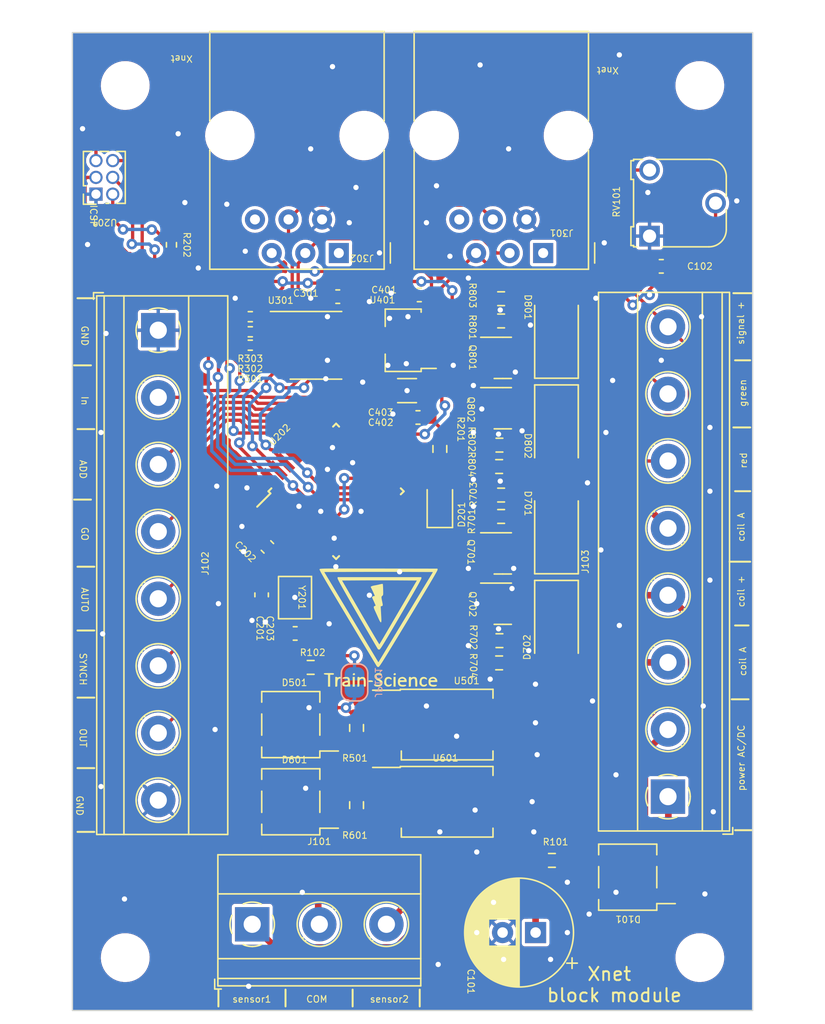
<source format=kicad_pcb>
(kicad_pcb (version 20221018) (generator pcbnew)
  (layers (0 "F.Cu" signal) (31 "B.Cu" signal) (34 "B.Paste" user) (35 "F.Paste" user) (36 "B.SilkS" user "B.Silkscreen") (37 "F.SilkS" user "F.Silkscreen") (38 "B.Mask" user) (39 "F.Mask" user) (44 "Edge.Cuts" user))
  (net 0 "")
  (net 1 "/coil_pow")
  (net 2 "GND")
  (net 3 "/atmega/X1")
  (net 4 "+5V")
  (net 5 "/atmega/X2")
  (net 6 "+12V")
  (net 7 "/AC1")
  (net 8 "/AC2")
  (net 9 "/atmega/LED")
  (net 10 "Net-(D201-A)")
  (net 11 "/sensor1/TRACK")
  (net 12 "/sensor1/COM")
  (net 13 "Net-(D501-+)")
  (net 14 "/sensor2/TRACK")
  (net 15 "Net-(D601-+)")
  (net 16 "/coil_A")
  (net 17 "/coil_B")
  (net 18 "/green")
  (net 19 "/red")
  (net 21 "/Xnet/B")
  (net 22 "/Xnet/A")
  (net 26 "Net-(Q701-G)")
  (net 27 "Net-(Q702-G)")
  (net 28 "Net-(Q801-G)")
  (net 29 "Net-(Q802-G)")
  (net 30 "Net-(JP101-B)")
  (net 31 "/atmega/reset")
  (net 32 "/Xnet/Tx")
  (net 33 "/Xnet/RS485_DIR")
  (net 34 "/Xnet/Rx")
  (net 35 "Net-(R501-Pad1)")
  (net 36 "Net-(R601-Pad1)")
  (net 37 "/atmega/MOSI")
  (net 38 "/atmega/MISO")
  (net 39 "/atmega/A6")
  (net 41 "/atmega/A7")
  (net 42 "/In")
  (net 43 "/add")
  (net 44 "/go")
  (net 45 "/auto")
  (net 46 "/synch")
  (net 47 "/Out")
  (net 48 "Net-(D101-+)")
  (net 49 "/coil_B_TTL")
  (net 50 "/coil_A_TTL")
  (net 51 "/signal_R")
  (net 52 "/signal_g")
  (net 53 "/sens_1")
  (net 54 "/sens_2")
  (net 55 "/atmega/D3")
  (net 56 "/atmega/D4")
  (footprint "Resistor_SMD:R_0603_1608Metric_Pad0.98x0.95mm_HandSolder" (layer "F.Cu") (at 72.329501 111.513)
    (fp_text reference "R702")
    (fp_text value "~")
  )
  (footprint "custom_kicad_lib_sk:R_0603_smalltext" (layer "F.Cu") (at 76.3035 128.143)
    (fp_text reference "R101")
    (fp_text value "100R")
  )
  (footprint "Package_QFP:TQFP-32_7x7mm_P0.8mm" (layer "F.Cu") (at 59.962 100.212 45)
    (fp_text reference "U202")
    (fp_text value "ATmega328-A")
  )
  (footprint "Diode_SMD:D_SMA" (layer "F.Cu") (at 76.6475 110.465 -90)
    (fp_text reference "D702")
    (fp_text value "~")
  )
  (footprint "TerminalBlock_Phoenix:TerminalBlock_Phoenix_MKDS-1,5-8-5.08_1x08_P5.08mm_Horizontal" (layer "F.Cu") (at 85.09 123.317 90)
    (fp_text reference "J103")
    (fp_text value "Screw_Terminal_01x08")
  )
  (footprint "Diode_SMD:D_SMA" (layer "F.Cu") (at 76.6475 102.94 90)
    (fp_text reference "D701")
    (fp_text value "~")
  )
  (footprint "Package_SO:SSO-4_6.7x5.1mm_P2.54mm_Clearance8mm" (layer "F.Cu") (at 68.371 123.707)
    (fp_text reference "U601")
    (fp_text value "EL814")
  )
  (footprint "Capacitor_THT:CP_Radial_D8.0mm_P2.50mm" (layer "F.Cu") (at 75.066651 133.604 180)
    (fp_text reference "C101")
    (fp_text value "2000uF")
  )
  (footprint "Package_TO_SOT_SMD:SOT-23" (layer "F.Cu") (at 72.5835 104.909)
    (fp_text reference "Q701")
    (fp_text value "~")
  )
  (footprint "Resistor_SMD:R_0603_1608Metric_Pad0.98x0.95mm_HandSolder" (layer "F.Cu") (at 72.306 98.336)
    (fp_text reference "R804")
    (fp_text value "~")
  )
  (footprint "custom_kicad_lib_sk:crystal_arduino" (layer "F.Cu") (at 57.073 108.306 -90)
    (fp_text reference "Y201")
    (fp_text value "Crystal_GND2")
  )
  (footprint "Capacitor_SMD:C_0603_1608Metric_Pad1.08x0.95mm_HandSolder" (layer "F.Cu") (at 84.582 83.185)
    (fp_text reference "C102")
    (fp_text value "100nF")
  )
  (footprint "Capacitor_SMD:C_0603_1608Metric" (layer "F.Cu") (at 60.089 85.48 180)
    (fp_text reference "C301")
    (fp_text value "100nF")
  )
  (footprint "Package_TO_SOT_SMD:TO-269AA" (layer "F.Cu") (at 82.042 129.413 180)
    (fp_text reference "D101")
    (fp_text value "MB6S")
  )
  (footprint "MountingHole:MountingHole_3.2mm_M3" (layer "F.Cu") (at 44 69.5)
    (fp_text reference "REF**" hide)
    (fp_text value "MountingHole_3.2mm_M3")
  )
  (footprint "TerminalBlock_Phoenix:TerminalBlock_Phoenix_MKDS-1,5-3-5.08_1x03_P5.08mm_Horizontal" (layer "F.Cu") (at 53.612 132.978)
    (fp_text reference "J101")
    (fp_text value "sensor")
  )
  (footprint "Capacitor_SMD:C_1206_3216Metric_Pad1.33x1.80mm_HandSolder" (layer "F.Cu") (at 65.335 92.591 180)
    (fp_text reference "C403")
    (fp_text value "100uF")
  )
  (footprint "Capacitor_SMD:C_0603_1608Metric_Pad1.08x0.95mm_HandSolder" (layer "F.Cu") (at 66.2625 85.352 180)
    (fp_text reference "C401")
    (fp_text value "330nF")
  )
  (footprint "custom_kicad_lib_sk:R_0603_smalltext" (layer "F.Cu") (at 58.039 113.538)
    (fp_text reference "R102")
    (fp_text value "1k")
  )
  (footprint "LED_SMD:LED_0805_2012Metric_Pad1.15x1.40mm_HandSolder" (layer "F.Cu") (at 67.818 101.092 90)
    (fp_text reference "D201")
    (fp_text value "LED")
  )
  (footprint "Capacitor_SMD:C_0603_1608Metric" (layer "F.Cu") (at 54.325 108.047 90)
    (fp_text reference "C201")
    (fp_text value "12pF")
  )
  (footprint "Resistor_SMD:R_0402_1005Metric" (layer "F.Cu") (at 53.467 86.995)
    (fp_text reference "R303")
    (fp_text value "10k")
  )
  (footprint "Resistor_SMD:R_0603_1608Metric_Pad0.98x0.95mm_HandSolder" (layer "F.Cu") (at 72.4565 102.115001)
    (fp_text reference "R701")
    (fp_text value "~")
  )
  (footprint "Resistor_SMD:R_0603_1608Metric_Pad0.98x0.95mm_HandSolder" (layer "F.Cu") (at 72.4565 87.319 180)
    (fp_text reference "R801")
    (fp_text value "~")
  )
  (footprint "Resistor_SMD:R_0603_1608Metric_Pad0.98x0.95mm_HandSolder" (layer "F.Cu") (at 72.4565 85.636 180)
    (fp_text reference "R803")
    (fp_text value "~")
  )
  (footprint "Resistor_SMD:R_0603_1608Metric_Pad0.98x0.95mm_HandSolder" (layer "F.Cu") (at 72.3295 96.717)
    (fp_text reference "R802")
    (fp_text value "~")
  )
  (footprint "Capacitor_SMD:C_0603_1608Metric" (layer "F.Cu") (at 56.865 110.968)
    (fp_text reference "C203")
    (fp_text value "12pF")
  )
  (footprint "Resistor_SMD:R_0402_1005Metric" (layer "F.Cu") (at 53.467 88.138)
    (fp_text reference "R302")
    (fp_text value "10k")
  )
  (footprint "Resistor_SMD:R_0402_1005Metric_Pad0.72x0.64mm_HandSolder" (layer "F.Cu") (at 47.498 81.5555 -90)
    (fp_text reference "R202")
    (fp_text value "10k")
  )
  (footprint "MountingHole:MountingHole_3.2mm_M3" (layer "F.Cu") (at 87.5 69.5)
    (fp_text reference "REF**" hide)
    (fp_text value "MountingHole_3.2mm_M3")
  )
  (footprint "custom_kicad_lib_sk:R_0603_smalltext" (layer "F.Cu") (at 61.513 118.119 90)
    (fp_text reference "R501")
    (fp_text value "47k")
  )
  (footprint "Diode_SMD:D_SMA" (layer "F.Cu") (at 76.6475 88.144 90)
    (fp_text reference "D801")
    (fp_text value "~")
  )
  (footprint "Potentiometer_THT:Potentiometer_Runtron_RM-065_Vertical" (layer "F.Cu") (at 83.693 80.899 90)
    (fp_text reference "RV101")
    (fp_text value "R_Potentiometer")
  )
  (footprint "Resistor_SMD:R_0603_1608Metric_Pad0.98x0.95mm_HandSolder" (layer "F.Cu") (at 67.818 97.0045 -90)
    (fp_text reference "R201")
    (fp_text value "6k2")
  )
  (footprint "Package_SO:SOIC-8_3.9x4.9mm_P1.27mm" (layer "F.Cu") (at 58.438 89.163)
    (fp_text reference "U301")
    (fp_text value "MAX485E")
  )
  (footprint "Package_TO_SOT_SMD:TO-269AA" (layer "F.Cu") (at 56.533 117.865 180)
    (fp_text reference "D501")
    (fp_text value "MB6S")
  )
  (footprint "Package_TO_SOT_SMD:SOT-23" (layer "F.Cu") (at 72.5835 90.113)
    (fp_text reference "Q801")
    (fp_text value "~")
  )
  (footprint "Capacitor_SMD:C_0603_1608Metric_Pad1.08x0.95mm_HandSolder" (layer "F.Cu") (at 54.76212 104.41912 -45)
    (fp_text reference "C202")
    (fp_text value "100nF")
  )
  (footprint "Resistor_SMD:R_0603_1608Metric_Pad0.98x0.95mm_HandSolder" (layer "F.Cu") (at 72.306 113.195)
    (fp_text reference "R704")
    (fp_text value "~")
  )
  (footprint "custom_kicad_lib_sk:R_0603_smalltext" (layer "F.Cu") (at 61.513 123.961 90)
    (fp_text reference "R601")
    (fp_text value "47k")
  )
  (footprint "Connector_PinSocket_1.27mm:PinSocket_2x03_P1.27mm_Vertical" (layer "F.Cu") (at 41.783 77.724 180)
    (fp_text reference "U201")
    (fp_text value "HEADER_3x2")
  )
  (footprint "MountingHole:MountingHole_3.2mm_M3" (layer "F.Cu") (at 44 135.5)
    (fp_text reference "REF**" hide)
    (fp_text value "MountingHole_3.2mm_M3")
  )
  (footprint "Capacitor_SMD:C_0603_1608Metric_Pad1.08x0.95mm_HandSolder" (layer "F.Cu") (at 66.162 94.623 180)
    (fp_text reference "C402")
    (fp_text value "100nF")
  )
  (footprint "custom_kicad_lib_sk:Train-Science logo small" (layer "F.Cu") (at 63.246 110.617)
    (fp_text reference "G***" hide)
    (fp_text value "LOGO" hide)
  )
  (footprint "TerminalBlock_Phoenix:TerminalBlock_Phoenix_MKDS-1,5-8-5.08_1x08_P5.08mm_Horizontal" (layer "F.Cu") (at 46.5 88.02 -90)
    (fp_text reference "J102")
    (fp_text value "Screw_Terminal_01x08")
  )
  (footprint "Package_TO_SOT_SMD:SOT-23" (layer "F.Cu") (at 72.5835 93.923)
    (fp_text reference "Q802")
    (fp_text value "~")
  )
  (footprint "Resistor_SMD:R_0603_1608Metric_Pad0.98x0.95mm_HandSolder" (layer "F.Cu") (at 72.4565 100.495)
    (fp_text reference "R703")
    (fp_text value "~")
  )
  (footprint "Diode_SMD:D_SMA" (layer "F.Cu") (at 76.6475 95.669 -90)
    (fp_text reference "D802")
    (fp_text value "~")
  )
  (footprint "custom_kicad_lib_sk:RJ12" (layer "F.Cu") (at 60.17 82.178 180)
    (fp_text reference "J302")
    (fp_text value "RJ12")
  )
  (footprint "Package_TO_SOT_SMD:TO-269AA" (layer "F.Cu") (at 56.533 123.707 180)
    (fp_text reference "D601")
    (fp_text value "MB6S")
  )
  (footprint "MountingHole:MountingHole_3.2mm_M3" (layer "F.Cu") (at 87.5 135.5)
    (fp_text reference "REF**" hide)
    (fp_text value "MountingHole_3.2mm_M3")
  )
  (footprint "Package_TO_SOT_SMD:SOT-23" (layer "F.Cu") (at 72.583501 108.719)
    (fp_text reference "Q702")
    (fp_text value "~")
  )
  (footprint "custom_kicad_lib_sk:RJ12" (layer "F.Cu") (at 75.64 82.178 180)
    (fp_text reference "J301")
    (fp_text value "RJ12")
  )
  (footprint "Package_SO:SSO-4_6.7x5.1mm_P2.54mm_Clearance8mm" (layer "F.Cu") (at 68.371 117.865)
    (fp_text reference "U501")
    (fp_text value "EL814")
  )
  (footprint "Resistor_SMD:R_0402_1005Metric" (layer "F.Cu") (at 53.465 89.154)
    (fp_text reference "R301")
    (fp_text value "10k")
  )
  (footprint "Package_TO_SOT_SMD:SOT-89-3" (layer "F.Cu") (at 65.042 88.782 180)
    (fp_text reference "U401")
    (fp_text value "L78L05_SOT89")
  )
  (footprint "Jumper:SolderJumper-2_P1.3mm_Open_RoundedPad1.0x1.5mm" (layer "B.Cu") (at 61.359 114.675 90)
    (fp_text reference "JP101")
    (fp_text value "SolderJumper_2_Open")
  )
  (gr_line (start 41.656 95.504) (end 40.386 95.504) (stroke (width 0.15)) (layer "F.SilkS"))
  (gr_line (start 41.656 115.824) (end 40.386 115.824) (stroke (width 0.15)) (layer "F.SilkS"))
  (gr_line (start 91.313 90.297) (end 90.17 90.297) (stroke (width 0.15)) (layer "F.SilkS"))
  (gr_line (start 91.313 105.537) (end 89.75 105.537) (stroke (width 0.15)) (layer "F.SilkS"))
  (gr_line (start 56.134 137.922) (end 56.134 139.192) (stroke (width 0.15)) (layer "F.SilkS"))
  (gr_line (start 61.214 137.922) (end 61.214 139.192) (stroke (width 0.15)) (layer "F.SilkS"))
  (gr_line (start 91.313 100.203) (end 90.17 100.203) (stroke (width 0.15)) (layer "F.SilkS"))
  (gr_line (start 91.313 95.377) (end 90.043 95.377) (stroke (width 0.15)) (layer "F.SilkS"))
  (gr_line (start 41.402 100.838) (end 40.132 100.838) (stroke (width 0.15)) (layer "F.SilkS"))
  (gr_line (start 41.656 85.598) (end 40.386 85.598) (stroke (width 0.15)) (layer "F.SilkS"))
  (gr_line (start 41.656 121.158) (end 40.386 121.158) (stroke (width 0.15)) (layer "F.SilkS"))
  (gr_line (start 51.054 137.922) (end 51.054 139.192) (stroke (width 0.15)) (layer "F.SilkS"))
  (gr_line (start 90.043 85.217) (end 91.44 85.217) (stroke (width 0.15)) (layer "F.SilkS"))
  (gr_line (start 41.656 125.984) (end 40.386 125.984) (stroke (width 0.15)) (layer "F.SilkS"))
  (gr_line (start 91.186 110.363) (end 90.17 110.363) (stroke (width 0.15)) (layer "F.SilkS"))
  (gr_line (start 91.44 125.857) (end 90.17 125.857) (stroke (width 0.15)) (layer "F.SilkS"))
  (gr_line (start 41.656 105.918) (end 40.386 105.918) (stroke (width 0.15)) (layer "F.SilkS"))
  (gr_line (start 41.402 90.678) (end 40.132 90.678) (stroke (width 0.15)) (layer "F.SilkS"))
  (gr_line (start 66.294 137.922) (end 66.294 139.192) (stroke (width 0.15)) (layer "F.SilkS"))
  (gr_line (start 91.186 115.951) (end 89.916 115.951) (stroke (width 0.15)) (layer "F.SilkS"))
  (gr_line (start 41.656 110.744) (end 40.386 110.744) (stroke (width 0.15)) (layer "F.SilkS"))
  (gr_rect (start 40 65.5) (end 91.5 139.5) (stroke (width 0.1)) (fill none) (layer "Edge.Cuts"))
  (gr_text "ADD" (at 40.513 97.79 270) (layer "F.SilkS") (effects (font (size 0.5 0.5) (thickness 0.075)) (justify left bottom)))
  (gr_text "GO" (at 40.64 102.87 270) (layer "F.SilkS") (effects (font (size 0.5 0.5) (thickness 0.075)) (justify left bottom)))
  (gr_text "SYNCH" (at 40.513 112.395 270) (layer "F.SilkS") (effects (font (size 0.5 0.5) (thickness 0.075)) (justify left bottom)))
  (gr_text "OUT" (at 40.513 118.11 270) (layer "F.SilkS") (effects (font (size 0.5 0.5) (thickness 0.075)) (justify left bottom)))
  (gr_text "green" (at 91.048 93.857 90) (layer "F.SilkS") (effects (font (size 0.5 0.5) (thickness 0.075)) (justify left bottom)))
  (gr_text "Xnet" (at 49.149 67.183 180) (layer "F.SilkS") (effects (font (size 0.5 0.5) (thickness 0.075)) (justify left bottom)))
  (gr_text "red" (at 91.098 98.517 90) (layer "F.SilkS") (effects (font (size 0.5 0.5) (thickness 0.075)) (justify left bottom)))
  (gr_text "GND" (at 40.64 87.63 270) (layer "F.SilkS") (effects (font (size 0.5 0.5) (thickness 0.075)) (justify left bottom)))
  (gr_text "ICSP" (at 41.308 78.484 270) (layer "F.SilkS") (effects (font (size 0.5 0.5) (thickness 0.075)) (justify left bottom)))
  (gr_text "coil A" (at 90.92 104.067 90) (layer "F.SilkS") (effects (font (size 0.5 0.5) (thickness 0.075)) (justify left bottom)))
  (gr_text "COM" (at 57.658 138.938) (layer "F.SilkS") (effects (font (size 0.5 0.5) (thickness 0.075)) (justify left bottom)))
  (gr_text "sensor1" (at 52.07 138.938) (layer "F.SilkS") (effects (font (size 0.5 0.5) (thickness 0.075)) (justify left bottom)))
  (gr_text "Xnet" (at 81.407 68.072 180) (layer "F.SilkS") (effects (font (size 0.5 0.5) (thickness 0.075)) (justify left bottom)))
  (gr_text "coil +" (at 90.92 109.02 90) (layer "F.SilkS") (effects (font (size 0.5 0.5) (thickness 0.075)) (justify left bottom)))
  (gr_text "signal +" (at 90.89 89.154 90) (layer "F.SilkS") (effects (font (size 0.5 0.5) (thickness 0.075)) (justify left bottom)))
  (gr_text "AUTO" (at 40.64 107.442 270) (layer "F.SilkS") (effects (font (size 0.5 0.5) (thickness 0.075)) (justify left bottom)))
  (gr_text "power AC/DC" (at 90.932 122.936 90) (layer "F.SilkS") (effects (font (size 0.5 0.5) (thickness 0.075)) (justify left bottom)))
  (gr_text "GND" (at 40.259 123.19 270) (layer "F.SilkS") (effects (font (size 0.5 0.5) (thickness 0.075)) (justify left bottom)))
  (gr_text "Xnet \nblock module" (at 81.026 138.938) (layer "F.SilkS") (effects (font (size 1 1)) (justify bottom)))
  (gr_text "sensor2" (at 62.484 138.938) (layer "F.SilkS") (effects (font (size 0.5 0.5) (thickness 0.075)) (justify left bottom)))
  (gr_text "coil A" (at 91.047 114.227 90) (layer "F.SilkS") (effects (font (size 0.5 0.5) (thickness 0.075)) (justify left bottom)))
  (gr_text "In" (at 40.64 92.964 270) (layer "F.SilkS") (effects (font (size 0.5 0.5) (thickness 0.075)) (justify left bottom)))
  (segment (start 86.84 109.827) (end 85.09 108.077) (width 0.5) (layer "F.Cu") (net 1))
  (segment (start 86.84 114.012126) (end 86.84 109.827) (width 0.5) (layer "F.Cu") (net 1))
  (segment (start 75.066651 130.586349) (end 75.066651 133.604) (width 0.5) (layer "F.Cu") (net 1))
  (segment (start 75.756228 128.143) (end 75.391 128.143) (width 0.5) (layer "F.Cu") (net 1))
  (segment (start 78.967 124.932228) (end 75.756228 128.143) (width 0.5) (layer "F.Cu") (net 1))
  (segment (start 78.967 121.885126) (end 86.84 114.012126) (width 0.5) (layer "F.Cu") (net 1))
  (segment (start 75.391 128.143) (end 75.391 130.262) (width 0.5) (layer "F.Cu") (net 1))
  (segment (start 75.391 130.262) (end 75.066651 130.586349) (width 0.5) (layer "F.Cu") (net 1))
  (segment (start 77.0355 108.077) (end 76.6475 108.465) (width 0.5) (layer "F.Cu") (net 1))
  (segment (start 78.967 121.885126) (end 78.967 124.932228) (width 0.5) (layer "F.Cu") (net 1))
  (segment (start 76.6475 104.94) (end 76.6475 108.465) (width 0.5) (layer "F.Cu") (net 1))
  (segment (start 85.09 108.077) (end 77.0355 108.077) (width 0.5) (layer "F.Cu") (net 1))
  (segment (start 57.239639 103.500047) (end 56.720185 104.019501) (width 0.25) (layer "F.Cu") (net 2))
  (segment (start 56.84 108.24) (end 56.84 108.419) (width 0.25) (layer "F.Cu") (net 2))
  (segment (start 56.84 108.119) (end 57.803 107.156) (width 0.25) (layer "F.Cu") (net 2))
  (segment (start 56.09 110.968) (end 56.09 109.543) (width 0.25) (layer "F.Cu") (net 2))
  (segment (start 54.43276 103.80924) (end 55.873324 102.368676) (width 0.25) (layer "F.Cu") (net 2))
  (segment (start 56.84 108.24) (end 56.84 108.119) (width 0.25) (layer "F.Cu") (net 2))
  (segment (start 56.720185 104.019501) (end 54.362501 104.019501) (width 0.25) (layer "F.Cu") (net 2))
  (segment (start 55.369 108.822) (end 55.903 109.356) (width 0.25) (layer "F.Cu") (net 2))
  (segment (start 56.84 108.419) (end 55.903 109.356) (width 0.25) (layer "F.Cu") (net 2))
  (segment (start 55.873324 102.368676) (end 56.108268 102.368676) (width 0.25) (layer "F.Cu") (net 2))
  (segment (start 56.09 109.543) (end 55.903 109.356) (width 0.25) (layer "F.Cu") (net 2))
  (segment (start 54.362501 104.019501) (end 54.15224 103.80924) (width 0.25) (layer "F.Cu") (net 2))
  (segment (start 54.325 108.822) (end 55.369 108.822) (width 0.25) (layer "F.Cu") (net 2))
  (segment (start 54.15224 103.80924) (end 54.43276 103.80924) (width 0.25) (layer "F.Cu") (net 2))
  (via (at 65.335 92.591) (size 0.8) (drill 0.4) (layers "F.Cu" "B.Cu") (net 2))
  (via (at 59.944 105.918) (size 0.8) (drill 0.4) (layers "F.Cu" "B.Cu") (net 2))
  (via (at 77.47 133.604) (size 0.8) (drill 0.4) (layers "F.Cu" "B.Cu") (net 2))
  (via (at 59.309 90.297) (size 0.8) (drill 0.4) (layers "F.Cu" "B.Cu") (net 2))
  (via (at 64.135 85.217) (size 0.8) (drill 0.4) (layers "F.Cu" "B.Cu") (net 2))
  (via (at 74.041 95.631) (size 0.8) (drill 0.4) (layers "F.Cu" "B.Cu") (net 2))
  (via (at 73.279 107.569) (size 0.8) (drill 0.4) (layers "F.Cu" "B.Cu") (net 2))
  (via (at 42.164 122.555) (size 0.8) (drill 0.4) (layers "F.Cu" "B.Cu") (net 2))
  (via (at 63.246 82.169) (size 0.8) (drill 0.4) (layers "F.Cu" "B.Cu") (net 2))
  (via (at 61.468 77.216) (size 0.8) (drill 0.4) (layers "F.Cu" "B.Cu") (net 2))
  (via (at 53.213 99.949) (size 0.8) (drill 0.4) (layers "F.Cu" "B.Cu") (net 2))
  (via (at 64.77 106.299) (size 0.8) (drill 0.4) (layers "F.Cu" "B.Cu") (net 2))
  (via (at 56.84 108.24) (size 0.8) (drill 0.4) (layers "F.Cu" "B.Cu") (net 2))
  (via (at 75.057 114.808) (size 0.8) (drill 0.4) (layers "F.Cu" "B.Cu") (net 2))
  (via (at 81.407 67.183) (size 0.8) (drill 0.4) (layers "F.Cu" "B.Cu") (net 2))
  (via (at 51.054 108.712) (size 0.8) (drill 0.4) (layers "F.Cu" "B.Cu") (net 2))
  (via (at 68.58 82.423) (size 0.8) (drill 0.4) (layers "F.Cu" "B.Cu") (net 2))
  (via (at 68.834 90.678) (size 0.8) (drill 0.4) (layers "F.Cu" "B.Cu") (net 2))
  (via (at 64.008 87.122) (size 0.8) (drill 0.4) (layers "F.Cu" "B.Cu") (net 2))
  (via (at 72.39 86.487) (size 0.8) (drill 0.4) (layers "F.Cu" "B.Cu") (net 2))
  (via (at 57.15 101.346) (size 0.8) (drill 0.4) (layers "F.Cu" "B.Cu") (net 2))
  (via (at 80.899 91.821) (size 0.8) (drill 0.4) (layers "F.Cu" "B.Cu") (net 2))
  (via (at 81.407 110.363) (size 0.8) (drill 0.4) (layers "F.Cu" "B.Cu") (net 2))
  (via (at 70.612 108.712) (size 0.8) (drill 0.4) (layers "F.Cu" "B.Cu") (net 2))
  (via (at 70.358 99.314) (size 0.8) (drill 0.4) (layers "F.Cu" "B.Cu") (net 2))
  (via (at 74.676 87.63) (size 0.8) (drill 0.4) (layers "F.Cu" "B.Cu") (net 2))
  (via (at 57.658 122.682) (size 0.8) (drill 0.4) (layers "F.Cu" "B.Cu") (net 2))
  (via (at 57.912 116.586) (size 0.8) (drill 0.4) (layers "F.Cu" "B.Cu") (net 2))
  (via (at 73.533 91.186) (size 0.8) (drill 0.4) (layers "F.Cu" "B.Cu") (net 2))
  (via (at 62.484 85.852) (size 0.8) (drill 0.4) (layers "F.Cu" "B.Cu") (net 2))
  (via (at 48.006 73.152) (size 0.8) (drill 0.4) (layers "F.Cu" "B.Cu") (net 2))
  (via (at 40.767 72.771) (size 0.8) (drill 0.4) (layers "F.Cu" "B.Cu") (net 2))
  (via (at 71.882 131.318) (size 0.8) (drill 0.4) (layers "F.Cu" "B.Cu") (net 2))
  (via (at 80.264 81.407) (size 0.8) (drill 0.4) (layers "F.Cu" "B.Cu") (net 2))
  (via (at 72.644 135.636) (size 0.8) (drill 0.4) (layers "F.Cu" "B.Cu") (net 2))
  (via (at 69.977 111.887) (size 0.8) (drill 0.4) (layers "F.Cu" "B.Cu") (net 2))
  (via (at 79.375 116.078) (size 0.8) (drill 0.4) (layers "F.Cu" "B.Cu") (net 2))
  (via (at 70.485 124.333) (size 0.8) (drill 0.4) (layers "F.Cu" "B.Cu") (net 2))
  (via (at 58.801 101.727) (size 0.8) (drill 0.4) (layers "F.Cu" "B.Cu") (net 2))
  (via (at 50.8 118.237) (size 0.8) (drill 0.4) (layers "F.Cu" "B.Cu") (net 2))
  (via (at 79.629 85.598) (size 0.8) (drill 0.4) (layers "F.Cu" "B.Cu") (net 2))
  (via (at 53.34 137.668) (size 0.8) (drill 0.4) (layers "F.Cu" "B.Cu") (net 2))
  (via (at 70.993 93.98) (size 0.8) (drill 0.4) (layers "F.Cu" "B.Cu") (net 2))
  (via (at 64.262 94.361) (size 0.8) (drill 0.4) (layers "F.Cu" "B.Cu") (net 2))
  (via (at 90.297 78.232) (size 0.8) (drill 0.4) (layers "F.Cu" "B.Cu") (net 2))
  (via (at 66.802 116.459) (size 0.8) (drill 0.4) (layers "F.Cu" "B.Cu") (net 2))
  (via (at 58.039 74.295) (size 0.8) (drill 0.4) (layers "F.Cu" "B.Cu") (net 2))
  (via (at 67.818 125.984) (size 0.8) (drill 0.4) (layers "F.Cu" "B.Cu") (net 2))
  (via (at 72.39 99.441) (size 0.8) (drill 0.4) (layers "F.Cu" "B.Cu") (net 2))
  (via (at 88.519 124.46) (size 0.8) (drill 0.4) (layers "F.Cu" "B.Cu") (net 2))
  (via (at 87.757 116.459) (size 0.8) (drill 0.4) (layers "F.Cu" "B.Cu") (net 2))
  (via (at 69.088 118.745) (size 0.8) (drill 0.4) (layers "F.Cu" "B.Cu") (net 2))
  (via (at 88.265 100.203) (size 0.8) (drill 0.4) (layers "F.Cu" "B.Cu") (net 2))
  (via (at 83.566 77.597) (size 0.8) (drill 0.4) (layers "F.Cu" "B.Cu") (net 2))
  (via (at 87.63 86.995) (size 0.8) (drill 0.4) (layers "F.Cu" "B.Cu") (net 2))
  (via (at 61.849 101.727) (size 0.8) (drill 0.4) (layers "F.Cu" "B.Cu") (net 2))
  (via (at 80.01 104.648) (size 0.8) (drill 0.4) (layers "F.Cu" "B.Cu") (net 2))
  (via (at 70.612 127.508) (size 0.8) (drill 0.4) (layers "F.Cu" "B.Cu") (net 2))
  (via (at 52.832 102.87) (size 0.8) (drill 0.4) (layers "F.Cu" "B.Cu") (net 2))
  (via (at 59.817 103.759) (size 0.8) (drill 0.4) (layers "F.Cu" "B.Cu") (net 2))
  (via (at 54.61 110.109) (size 0.8) (drill 0.4) (layers "F.Cu" "B.Cu") (net 2))
  (via (at 77.47 129.794) (size 0.8) (drill 0.4) (layers "F.Cu" "B.Cu") (net 2))
  (via (at 67.564 77.089) (size 0.8) (drill 0.4) (layers "F.Cu" "B.Cu") (net 2))
  (via (at 58.039 85.598) (size 0.8) (drill 0.4) (layers "F.Cu" "B.Cu") (net 2))
  (via (at 65.278 90.551) (size 0.8) (drill 0.4) (layers "F.Cu" "B.Cu") (net 2))
  (via (at 59.182 91.694) (size 0.8) (drill 0.4) (layers "F.Cu" "B.Cu") (net 2))
  (via (at 53.086 82.042) (size 0.8) (drill 0.4) (layers "F.Cu" "B.Cu") (net 2))
  (via (at 60.96 79.883) (size 0.8) (drill 0.4) (layers "F.Cu" "B.Cu") (net 2))
  (via (at 87.884 130.683) (size 0.8) (drill 0.4) (layers "F.Cu" "B.Cu") (net 2))
  (via (at 75.057 117.729) (size 0.8) (drill 0.4) (layers "F.Cu" "B.Cu") (net 2))
  (via (at 69.977 84.074) (size 0.8) (drill 0.4) (layers "F.Cu" "B.Cu") (net 2))
  (via (at 42.164 95.758) (size 0.8) (drill 0.4) (layers "F.Cu" "B.Cu") (net 2))
  (via (at 71.628 114.427) (size 0.8) (drill 0.4) (layers "F.Cu" "B.Cu") (net 2))
  (via (at 65.405 86.995) (size 0.8) (drill 0.4) (layers "F.Cu" "B.Cu") (net 2))
  (via (at 66.802 79.883) (size 0.8) (drill 0.4) (layers "F.Cu" "B.Cu") (net 2))
  (via (at 42.291 110.998) (size 0.8) (drill 0.4) (layers "F.Cu" "B.Cu") (net 2))
  (via (at 41.148 81.534) (size 0.8) (drill 0.4) (layers "F.Cu" "B.Cu") (net 2))
  (via (at 70.358 95.758) (size 0.8) (drill 0.4) (layers "F.Cu" "B.Cu") (net 2))
  (via (at 63.881 90.678) (size 0.8) (drill 0.4) (layers "F.Cu" "B.Cu") (net 2))
  (via (at 74.93 125.984) (size 0.8) (drill 0.4) (layers "F.Cu" "B.Cu") (net 2))
  (via (at 74.549 112.268) (size 0.8) (drill 0.4) (layers "F.Cu" "B.Cu") (net 2))
  (via (at 72.263 95.885) (size 0.8) (drill 0.4) (layers "F.Cu" "B.Cu") (net 2))
  (via (at 80.391 95.758) (size 0.8) (drill 0.4) (layers "F.Cu" "B.Cu") (net 2))
  (via (at 73.406 106.045) (size 0.8) (drill 0.4) (layers "F.Cu" "B.Cu") (net 2))
  (via (at 76.2 135.636) (size 0.8) (drill 0.4) (layers "F.Cu" "B.Cu") (net 2))
  (via (at 73.025 74.295) (size 0.8) (drill 0.4) (layers "F.Cu" "B.Cu") (net 2))
  (via (at 78.994 99.568) (size 0.8) (drill 0.4) (layers "F.Cu" "B.Cu") (net 2))
  (via (at 81.153 121.666) (size 0.8) (drill 0.4) (layers "F.Cu" "B.Cu") (net 2))
  (via (at 53.594 109.982) (size 0.8) (drill 0.4) (layers "F.Cu" "B.Cu") (net 2))
  (via (at 61.976 91.948) (size 0.8) (drill 0.4) (layers "F.Cu" "B.Cu") (net 2))
  (via (at 67.691 136.017) (size 0.8) (drill 0.4) (layers "F.Cu" "B.Cu") (net 2))
  (via (at 59.309 86.995) (size 0.8) (drill 0.4) (layers "F.Cu" "B.Cu") (net 2))
  (via (at 62.484 108.077) (size 0.8) (drill 0.4) (layers "F.Cu" "B.Cu") (net 2))
  (via (at 88.265 106.934) (size 0.8) (drill 0.4) (layers "F.Cu" "B.Cu") (net 2))
  (via (at 59.69 68.072) (size 0.8) (drill 0.4) (layers "F.Cu" "B.Cu") (net 2))
  (via (at 43.942 131.064) (size 0.8) (drill 0.4) (layers "F.Cu" "B.Cu") (net 2))
  (via (at 42.545 88.265) (size 0.8) (drill 0.4) (layers "F.Cu" "B.Cu") (net 2))
  (via (at 84.582 90.297) (size 0.8) (drill 0.4) (layers "F.Cu" "B.Cu") (net 2))
  (via (at 79.121 132.207) (size 0.8) (drill 0.4) (layers "F.Cu" "B.Cu") (net 2))
  (via (at 57.404 130.556) (size 0.8) (drill 0.4) (layers "F.Cu" "B.Cu") (net 2))
  (via (at 52.324 85.598) (size 0.8) (drill 0.4) (layers "F.Cu" "B.Cu") (net 2))
  (via (at 70.358 101.346) (size 0.8) (drill 0.4) (layers "F.Cu" "B.Cu") (net 2))
  (via (at 74.803 123.698) (size 0.8) (drill 0.4) (layers "F.Cu" "B.Cu") (net 2))
  (via (at 75.184 120.142) (size 0.8) (drill 0.4) (layers "F.Cu" "B.Cu") (net 2))
  (via (at 59.309 98.552) (size 0.8) (drill 0.4) (layers "F.Cu" "B.Cu") (net 2))
  (via (at 49.53 83.312) (size 0.8) (drill 0.4) (layers "F.Cu" "B.Cu") (net 2))
  (via (at 70.612 133.604) (size 0.8) (drill 0.4) (layers "F.Cu" "B.Cu") (net 2))
  (via (at 70.866 67.945) (size 0.8) (drill 0.4) (layers "F.Cu" "B.Cu") (net 2))
  (via (at 59.436 110.236) (size 0.8) (drill 0.4) (layers "F.Cu" "B.Cu") (net 2))
  (via (at 88.265 95.377) (size 0.8) (drill 0.4) (layers "F.Cu" "B.Cu") (net 2))
  (via (at 69.977 106.045) (size 0.8) (drill 0.4) (layers "F.Cu" "B.Cu") (net 2))
  (via (at 59.69 96.901) (size 0.8) (drill 0.4) (layers "F.Cu" "B.Cu") (net 2))
  (via (at 50.927 99.822) (size 0.8) (drill 0.4) (layers "F.Cu" "B.Cu") (net 2))
  (via (at 70.358 92.202) (size 0.8) (drill 0.4) (layers "F.Cu" "B.Cu") (net 2))
  (via (at 61.214 98.044) (size 0.8) (drill 0.4) (layers "F.Cu" "B.Cu") (net 2))
  (via (at 52.959 104.775) (size 0.8) (drill 0.4) (layers "F.Cu" "B.Cu") (net 2))
  (via (at 72.263 110.617) (size 0.8) (drill 0.4) (layers "F.Cu" "B.Cu") (net 2))
  (via (at 51.689 78.486) (size 0.8) (drill 0.4) (layers "F.Cu" "B.Cu") (net 2))
  (via (at 48.514 78.359) (size 0.8) (drill 0.4) (layers "F.Cu" "B.Cu") (net 2))
  (via (at 81.153 130.556) (size 0.8) (drill 0.4) (layers "F.Cu" "B.Cu") (net 2))
  (segment (start 58.37101 104.631417) (end 58.37101 104.68799) (width 0.25) (layer "F.Cu") (net 3))
  (segment (start 54.441 107.156) (end 54.325 107.272) (width 0.25) (layer "F.Cu") (net 3))
  (segment (start 58.37101 104.68799) (end 55.903 107.156) (width 0.25) (layer "F.Cu") (net 3))
  (segment (start 55.903 107.156) (end 54.441 107.156) (width 0.25) (layer "F.Cu") (net 3))
  (segment (start 62.011701 84.332299) (end 60.864 85.48) (width 0.25) (layer "F.Cu") (net 4))
  (segment (start 60.579 99.2245) (end 63.777927 99.2245) (width 0.25) (layer "F.Cu") (net 4))
  (segment (start 48.143 83.444812) (end 48.143 81.603) (width 0.25) (layer "F.Cu") (net 4))
  (segment (start 48.143 81.603) (end 47.498 80.958) (width 0.25) (layer "F.Cu") (net 4))
  (segment (start 52.361 82.342305) (end 52.361 79.465) (width 0.25) (layer "F.Cu") (net 4))
  (segment (start 52.957 86.995) (end 51.693188 86.995) (width 0.25) (layer "F.Cu") (net 4))
  (segment (start 68.753299 88.720701) (end 68.753299 85.009299) (width 0.25) (layer "F.Cu") (net 4))
  (segment (start 59.839 84.455) (end 57.8165 84.455) (width 0.25) (layer "F.Cu") (net 4))
  (segment (start 66.992 90.282) (end 66.992 94.5905) (width 0.25) (layer "F.Cu") (net 4))
  (segment (start 58.547 102.997) (end 58.801 102.743) (width 0.25) (layer "F.Cu") (net 4))
  (segment (start 66.416701 84.332299) (end 62.011701 84.332299) (width 0.25) (layer "F.Cu") (net 4))
  (segment (start 52.361 79.465) (end 55.927 75.899) (width 0.25) (layer "F.Cu") (net 4))
  (segment (start 60.913 87.258) (end 60.913 85.529) (width 0.25) (layer "F.Cu") (net 4))
  (segment (start 55.9175 84.7985) (end 55.9175 84.328) (width 0.25) (layer "F.Cu") (net 4))
  (segment (start 54.864 105.029) (end 52.832 107.061) (width 0.25) (layer "F.Cu") (net 4))
  (segment (start 57.805324 103.992676) (end 58.547 103.251) (width 0.25) (layer "F.Cu") (net 4))
  (segment (start 58.547 103.251) (end 58.547 103.043208) (width 0.25) (layer "F.Cu") (net 4))
  (segment (start 47.117 80.577) (end 47.498 80.958) (width 0.25) (layer "F.Cu") (net 4))
  (segment (start 54.864 113.538) (end 57.1265 113.538) (width 0.25) (layer "F.Cu") (net 4))
  (segment (start 56.842056 105.029) (end 57.805324 104.065732) (width 0.25) (layer "F.Cu") (net 4))
  (segment (start 67.31 96.647) (end 66.421 96.647) (width 0.25) (layer "F.Cu") (net 4))
  (segment (start 57.373314 102.235) (end 56.673953 102.934361) (width 0.25) (layer "F.Cu") (net 4))
  (segment (start 66.421 96.647) (end 64.44699 98.62101) (width 0.25) (layer "F.Cu") (net 4))
  (segment (start 51.693188 86.995) (end 48.143 83.444812) (width 0.25) (layer "F.Cu") (net 4))
  (segment (start 58.650896 102.893104) (end 58.396896 102.893104) (width 0.25) (layer "F.Cu") (net 4))
  (segment (start 57.738792 102.235) (end 57.373314 102.235) (width 0.25) (layer "F.Cu") (net 4))
  (segment (start 52.832 111.506) (end 54.864 113.538) (width 0.25) (layer "F.Cu") (net 4))
  (segment (start 55.927 75.899) (end 83.693 75.899) (width 0.25) (layer "F.Cu") (net 4))
  (segment (start 52.955 89.154) (end 52.955 86.997) (width 0.25) (layer "F.Cu") (net 4))
  (segment (start 45.339 73.66) (end 47.117 75.438) (width 0.25) (layer "F.Cu") (net 4))
  (segment (start 59.4095 102.743) (end 60.579 101.5735) (width 0.25) (layer "F.Cu") (net 4))
  (segment (start 67.818 96.139) (end 67.31 96.647) (width 0.25) (layer "F.Cu") (net 4))
  (segment (start 52.955 86.997) (end 52.957 86.995) (width 0.25) (layer "F.Cu") (net 4))
  (segment (start 58.396896 102.893104) (end 57.738792 102.235) (width 0.25) (layer "F.Cu") (net 4))
  (segment (start 55.372 105.029) (end 56.842056 105.029) (width 0.25) (layer "F.Cu") (net 4))
  (segment (start 47.498 80.899) (end 47.498 80.958) (width 0.25) (layer "F.Cu") (net 4))
  (segment (start 54.346 86.35) (end 54.356 86.36) (width 0.25) (layer "F.Cu") (net 4))
  (segment (start 67.818 96.092) (end 67.818 96.139) (width 0.25) (layer "F.Cu") (net 4))
  (segment (start 55.372 105.029) (end 54.864 105.029) (width 0.25) (layer "F.Cu") (net 4))
  (segment (start 67.818 95.377) (end 67.818 96.092) (width 0.25) (layer "F.Cu") (net 4))
  (segment (start 57.805324 104.065732) (end 57.805324 103.992676) (width 0.25) (layer "F.Cu") (net 4))
  (segment (start 67.064 94.623) (end 67.818 95.377) (width 0.25) (layer "F.Cu") (net 4))
  (segment (start 47.566 81.026) (end 47.498 80.958) (width 0.25) (layer "F.Cu") (net 4))
  (segment (start 52.832 107.061) (end 52.832 111.506) (width 0.25) (layer "F.Cu") (net 4))
  (segment (start 67.0245 94.623) (end 67.064 94.623) (width 0.25) (layer "F.Cu") (net 4))
  (segment (start 53.602 86.35) (end 54.346 86.35) (width 0.25) (layer "F.Cu") (net 4))
  (segment (start 41.783 74.041) (end 42.164 73.66) (width 0.25) (layer "F.Cu") (net 4))
  (segment (start 60.913 85.529) (end 60.864 85.48) (width 0.25) (layer "F.Cu") (net 4))
  (segment (start 58.801 102.743) (end 58.650896 102.893104) (width 0.25) (layer "F.Cu") (net 4))
  (segment (start 54.356 86.36) (end 55.9175 84.7985) (width 0.25) (layer "F.Cu") (net 4))
  (segment (start 54.346695 84.328) (end 52.361 82.342305) (width 0.25) (layer "F.Cu") (net 4))
  (segment (start 63.777927 99.2245) (end 64.381417 98.62101) (width 0.25) (layer "F.Cu") (net 4))
  (segment (start 52.957 86.995) (end 53.602 86.35) (width 0.25) (layer "F.Cu") (net 4))
  (segment (start 58.801 102.743) (end 59.4095 102.743) (width 0.25) (layer "F.Cu") (net 4))
  (segment (start 67.192 90.282) (end 68.753299 88.720701) (width 0.25) (layer "F.Cu") (net 4))
  (segment (start 60.864 85.48) (end 59.839 84.455) (width 0.25) (layer "F.Cu") (net 4))
  (segment (start 58.547 103.043208) (end 58.396896 102.893104) (width 0.25) (layer "F.Cu") (net 4))
  (segment (start 42.164 73.66) (end 45.339 73.66) (width 0.25) (layer "F.Cu") (net 4))
  (segment (start 66.992 94.5905) (end 67.0245 94.623) (width 0.25) (layer "F.Cu") (net 4))
  (segment (start 41.783 75.184) (end 41.783 74.041) (width 0.25) (layer "F.Cu") (net 4))
  (segment (start 66.992 90.282) (end 67.192 90.282) (width 0.25) (layer "F.Cu") (net 4))
  (segment (start 47.117 75.438) (end 47.117 80.577) (width 0.25) (layer "F.Cu") (net 4))
  (segment (start 58.547 103.043208) (end 58.547 102.997) (width 0.25) (layer "F.Cu") (net 4))
  (segment (start 55.9175 84.328) (end 54.346695 84.328) (width 0.25) (layer "F.Cu") (net 4))
  (via (at 60.579 101.5735) (size 0.8) (drill 0.4) (layers "F.Cu" "B.Cu") (net 4))
  (via (at 68.753299 85.009299) (size 0.8) (drill 0.4) (layers "F.Cu" "B.Cu") (net 4))
  (via (at 57.8165 84.455) (size 0.8) (drill 0.4) (layers "F.Cu" "B.Cu") (net 4))
  (via (at 55.9175 84.328) (size 0.8) (drill 0.4) (layers "F.Cu" "B.Cu") (net 4))
  (via (at 60.579 99.2245) (size 0.8) (drill 0.4) (layers "F.Cu" "B.Cu") (net 4))
  (via (at 66.416701 84.332299) (size 0.8) (drill 0.4) (layers "F.Cu" "B.Cu") (net 4))
  (segment (start 68.753299 85.009299) (end 68.076299 84.332299) (width 0.25) (layer "B.Cu") (net 4))
  (segment (start 57.8165 84.455) (end 56.0445 84.455) (width 0.25) (layer "B.Cu") (net 4))
  (segment (start 56.0445 84.455) (end 55.9175 84.328) (width 0.25) (layer "B.Cu") (net 4))
  (segment (start 60.579 101.5735) (end 60.579 99.2245) (width 0.25) (layer "B.Cu") (net 4))
  (segment (start 68.076299 84.332299) (end 66.416701 84.332299) (width 0.25) (layer "B.Cu") (net 4))
  (segment (start 58.547 106.316117) (end 58.728 106.497117) (width 0.25) (layer "F.Cu") (net 5))
  (segment (start 57.803 109.356) (end 57.803 110.805) (width 0.25) (layer "F.Cu") (net 5))
  (segment (start 57.803 110.805) (end 57.64 110.968) (width 0.25) (layer "F.Cu") (net 5))
  (segment (start 58.728 106.497117) (end 58.728 108.431) (width 0.25) (layer "F.Cu") (net 5))
  (segment (start 58.728 108.431) (end 57.803 109.356) (width 0.25) (layer "F.Cu") (net 5))
  (segment (start 58.547 105.586798) (end 58.547 106.316117) (width 0.25) (layer "F.Cu") (net 5))
  (segment (start 58.936695 105.197103) (end 58.547 105.586798) (width 0.25) (layer "F.Cu") (net 5))
  (segment (start 80.899 83.566) (end 85.09 87.757) (width 0.25) (layer "F.Cu") (net 6))
  (segment (start 86.715 89.382) (end 85.09 87.757) (width 0.25) (layer "F.Cu") (net 6))
  (segment (start 71.948 83.566) (end 80.899 83.566) (width 0.25) (layer "F.Cu") (net 6))
  (segment (start 86.715 93.655) (end 86.715 89.382) (width 0.25) (layer "F.Cu") (net 6))
  (segment (start 67.183 85.294) (end 67.125 85.352) (width 0.25) (layer "F.Cu") (net 6))
  (segment (start 66.992 87.282) (end 66.992 85.485) (width 0.25) (layer "F.Cu") (net 6))
  (segment (start 80.9655 94.462) (end 85.908 94.462) (width 0.25) (layer "F.Cu") (net 6))
  (segment (start 66.992 85.485) (end 67.125 85.352) (width 0.25) (layer "F.Cu") (net 6))
  (segment (start 58.3545 83.566) (end 66.675 83.566) (width 0.25) (layer "F.Cu") (net 6))
  (segment (start 76.6475 93.669) (end 76.6475 90.144) (width 0.25) (layer "F.Cu") (net 6))
  (segment (start 67.183 84.074) (end 67.183 85.294) (width 0.25) (layer "F.Cu") (net 6))
  (segment (start 70.56 82.178) (end 67.386 85.352) (width 0.25) (layer "F.Cu") (net 6))
  (segment (start 70.56 82.178) (end 71.948 83.566) (width 0.25) (layer "F.Cu") (net 6))
  (segment (start 85.908 94.462) (end 86.715 93.655) (width 0.25) (layer "F.Cu") (net 6))
  (segment (start 66.675 83.566) (end 67.183 84.074) (width 0.25) (layer "F.Cu") (net 6))
  (segment (start 76.6475 90.144) (end 80.9655 94.462) (width 0.25) (layer "F.Cu") (net 6))
  (segment (start 67.386 85.352) (end 67.125 85.352) (width 0.25) (layer "F.Cu") (net 6))
  (via (at 58.3545 83.566) (size 0.8) (drill 0.4) (layers "F.Cu" "B.Cu") (net 6))
  (segment (start 56.478 83.566) (end 58.3545 83.566) (width 0.25) (layer "B.Cu") (net 6))
  (segment (start 55.09 82.178) (end 56.478 83.566) (width 0.25) (layer "B.Cu") (net 6))
  (segment (start 83.34 128.906) (end 85.117 130.683) (width 0.5) (layer "F.Cu") (net 7))
  (segment (start 85.09 118.237) (end 83.34 119.987) (width 0.5) (layer "F.Cu") (net 7))
  (segment (start 83.34 119.987) (end 83.34 128.906) (width 0.5) (layer "F.Cu") (net 7))
  (segment (start 85.117 128.143) (end 85.117 123.344) (width 0.5) (layer "F.Cu") (net 8))
  (segment (start 85.117 123.344) (end 85.09 123.317) (width 0.5) (layer "F.Cu") (net 8))
  (segment (start 46.228 82.802604) (end 46.228 81.915) (width 0.25) (layer "F.Cu") (net 9))
  (segment (start 51.905027 90.902625) (end 51.7 90.697598) (width 0.25) (layer "F.Cu") (net 9))
  (segment (start 44.5 81.5) (end 44.558897 81.441103) (width 0.25) (layer "F.Cu") (net 9))
  (segment (start 64.184798 99.949) (end 64.947103 99.186695) (width 0.25) (layer "F.Cu") (net 9))
  (segment (start 51.7 90.697598) (end 51.7 88.274604) (width 0.25) (layer "F.Cu") (net 9))
  (segment (start 44.558897 81.441103) (end 44.558897 77.959897) (width 0.25) (layer "F.Cu") (net 9))
  (segment (start 44.558897 77.959897) (end 43.053 76.454) (width 0.25) (layer "F.Cu") (net 9))
  (segment (start 51.7 88.274604) (end 46.228 82.802604) (width 0.25) (layer "F.Cu") (net 9))
  (segment (start 58.928 99.949) (end 64.184798 99.949) (width 0.25) (layer "F.Cu") (net 9))
  (segment (start 67.7 102.117) (end 67.818 102.117) (width 0.25) (layer "F.Cu") (net 9))
  (segment (start 64.947103 99.364103) (end 67.7 102.117) (width 0.25) (layer "F.Cu") (net 9))
  (segment (start 57.785 98.806) (end 58.928 99.949) (width 0.25) (layer "F.Cu") (net 9))
  (via (at 44.5 81.5) (size 0.8) (drill 0.4) (layers "F.Cu" "B.Cu") (net 9))
  (via (at 46.228 81.915) (size 0.8) (drill 0.4) (layers "F.Cu" "B.Cu") (net 9))
  (via (at 51.905027 90.902625) (size 0.8) (drill 0.4) (layers "F.Cu" "B.Cu") (net 9))
  (via (at 57.785 98.806) (size 0.8) (drill 0.4) (layers "F.Cu" "B.Cu") (net 9))
  (segment (start 44.5 81.5) (end 45.813 81.5) (width 0.25) (layer "B.Cu") (net 9))
  (segment (start 56.7 97.721) (end 57.785 98.806) (width 0.25) (layer "B.Cu") (net 9))
  (segment (start 51.905027 90.902625) (end 51.905027 92.630278) (width 0.25) (layer "B.Cu") (net 9))
  (segment (start 45.813 81.5) (end 46.228 81.915) (width 0.25) (layer "B.Cu") (net 9))
  (segment (start 51.446 96.656604) (end 52.510396 97.721) (width 0.25) (layer "B.Cu") (net 9))
  (segment (start 52.510396 97.721) (end 56.7 97.721) (width 0.25) (layer "B.Cu") (net 9))
  (segment (start 51.905027 92.630278) (end 51.446 93.089305) (width 0.25) (layer "B.Cu") (net 9))
  (segment (start 51.446 93.089305) (end 51.446 96.656604) (width 0.25) (layer "B.Cu") (net 9))
  (segment (start 67.818 97.917) (end 67.818 100.067) (width 0.25) (layer "F.Cu") (net 10))
  (segment (start 61.997 118.219) (end 63.621 116.595) (width 0.25) (layer "F.Cu") (net 11))
  (segment (start 65.772 118.746) (end 65.772 133.452874) (width 0.5) (layer "F.Cu") (net 11))
  (segment (start 59.608 119.135) (end 60.524 118.219) (width 0.25) (layer "F.Cu") (net 11))
  (segment (start 55.362 134.728) (end 53.612 132.978) (width 0.5) (layer "F.Cu") (net 11))
  (segment (start 63.621 116.595) (end 65.772 118.746) (width 0.5) (layer "F.Cu") (net 11))
  (segment (start 65.772 133.452874) (end 64.496874 134.728) (width 0.5) (layer "F.Cu") (net 11))
  (segment (start 64.496874 134.728) (end 55.362 134.728) (width 0.5) (layer "F.Cu") (net 11))
  (segment (start 60.524 118.219) (end 61.997 118.219) (width 0.25) (layer "F.Cu") (net 11))
  (segment (start 59.608 122.437) (end 58.608 123.437) (width 0.5) (layer "F.Cu") (net 12))
  (segment (start 58.608 132.894) (end 58.692 132.978) (width 0.5) (layer "F.Cu") (net 12))
  (segment (start 60.2195 123.0485) (end 59.608 122.437) (width 0.25) (layer "F.Cu") (net 12))
  (segment (start 60.706 116.586) (end 59.617 116.586) (width 0.25) (layer "F.Cu") (net 12))
  (segment (start 59.617 116.586) (end 59.608 116.595) (width 0.25) (layer "F.Cu") (net 12))
  (segment (start 59.608 122.437) (end 58.658 121.487) (width 0.5) (layer "F.Cu") (net 12))
  (segment (start 61.513 123.0485) (end 60.2195 123.0485) (width 0.25) (layer "F.Cu") (net 12))
  (segment (start 61.3265 117.2065) (end 60.706 116.586) (width 0.25) (layer "F.Cu") (net 12))
  (segment (start 58.658 117.545) (end 59.608 116.595) (width 0.5) (layer "F.Cu") (net 12))
  (segment (start 61.513 117.2065) (end 61.3265 117.2065) (width 0.25) (layer "F.Cu") (net 12))
  (segment (start 58.658 121.487) (end 58.658 117.545) (width 0.5) (layer "F.Cu") (net 12))
  (segment (start 58.608 123.437) (end 58.608 132.894) (width 0.5) (layer "F.Cu") (net 12))
  (via (at 60.706 116.586) (size 0.8) (drill 0.4) (layers "F.Cu" "B.Cu") (net 12))
  (segment (start 61.359 115.325) (end 61.359 115.933) (width 0.25) (layer "B.Cu") (net 12))
  (segment (start 61.359 115.933) (end 60.706 116.586) (width 0.25) (layer "B.Cu") (net 12))
  (segment (start 53.458 116.595) (end 53.458 119.135) (width 0.5) (layer "F.Cu") (net 13))
  (segment (start 63.772 132.978) (end 65.072 131.678) (width 0.5) (layer "F.Cu") (net 14))
  (segment (start 65.072 131.678) (end 65.072 123.888) (width 0.5) (layer "F.Cu") (net 14))
  (segment (start 62.197 123.861) (end 63.621 122.437) (width 0.25) (layer "F.Cu") (net 14))
  (segment (start 65.072 123.888) (end 63.621 122.437) (width 0.5) (layer "F.Cu") (net 14))
  (segment (start 59.608 124.977) (end 60.724 123.861) (width 0.25) (layer "F.Cu") (net 14))
  (segment (start 60.724 123.861) (end 62.197 123.861) (width 0.25) (layer "F.Cu") (net 14))
  (segment (start 53.458 124.977) (end 53.458 122.437) (width 0.5) (layer "F.Cu") (net 15))
  (segment (start 73.521 104.909) (end 74.542 104.909) (width 0.5) (layer "F.Cu") (net 16))
  (segment (start 76.6475 100.94) (end 83.033 100.94) (width 0.5) (layer "F.Cu") (net 16))
  (segment (start 83.033 100.94) (end 85.09 102.997) (width 0.5) (layer "F.Cu") (net 16))
  (segment (start 75.057 104.394) (end 75.057 102.5305) (width 0.5) (layer "F.Cu") (net 16))
  (segment (start 74.542 104.909) (end 75.057 104.394) (width 0.5) (layer "F.Cu") (net 16))
  (segment (start 75.057 102.5305) (end 76.6475 100.94) (width 0.5) (layer "F.Cu") (net 16))
  (segment (start 73.521001 108.719) (end 74.429 108.719) (width 0.5) (layer "F.Cu") (net 17))
  (segment (start 85.09 113.157) (end 77.3395 113.157) (width 0.5) (layer "F.Cu") (net 17))
  (segment (start 74.803 109.093) (end 74.803 110.363) (width 0.5) (layer "F.Cu") (net 17))
  (segment (start 74.803 110.363) (end 76.6475 112.2075) (width 0.5) (layer "F.Cu") (net 17))
  (segment (start 77.3395 113.157) (end 76.6475 112.465) (width 0.5) (layer "F.Cu") (net 17))
  (segment (start 74.429 108.719) (end 74.803 109.093) (width 0.5) (layer "F.Cu") (net 17))
  (segment (start 76.6475 112.2075) (end 76.6475 112.465) (width 0.5) (layer "F.Cu") (net 17))
  (segment (start 73.927 90.113) (end 73.521 90.113) (width 0.25) (layer "F.Cu") (net 18))
  (segment (start 75.68 88.36) (end 73.927 90.113) (width 0.25) (layer "F.Cu") (net 18))
  (segment (start 78.397 86.144) (end 85.09 92.837) (width 0.25) (layer "F.Cu") (net 18))
  (segment (start 76.45 88.36) (end 75.68 88.36) (width 0.25) (layer "F.Cu") (net 18))
  (segment (start 76.6475 86.144) (end 78.397 86.144) (width 0.25) (layer "F.Cu") (net 18))
  (segment (start 76.6475 86.144) (end 76.6475 88.1625) (width 0.25) (layer "F.Cu") (net 18))
  (segment (start 76.6475 88.1625) (end 76.45 88.36) (width 0.25) (layer "F.Cu") (net 18))
  (segment (start 85.09 97.917) (end 76.8955 97.917) (width 0.25) (layer "F.Cu") (net 19))
  (segment (start 73.521 93.923) (end 76.6475 97.0495) (width 0.25) (layer "F.Cu") (net 19))
  (segment (start 76.8955 97.917) (end 76.6475 97.669) (width 0.25) (layer "F.Cu") (net 19))
  (segment (start 76.6475 97.0495) (end 76.6475 97.669) (width 0.25) (layer "F.Cu") (net 19))
  (segment (start 59.700396 88.528) (end 57.092 85.919604) (width 0.25) (layer "F.Cu") (net 21))
  (segment (start 73.1 82.178) (end 72.1145 82.178) (width 0.25) (layer "F.Cu") (net 21))
  (segment (start 71.0295 81.093) (end 58.715 81.093) (width 0.25) (layer "F.Cu") (net 21))
  (segment (start 72.1145 82.178) (end 71.0295 81.093) (width 0.25) (layer "F.Cu") (net 21))
  (segment (start 57.277 82.531) (end 57.63 82.178) (width 0.25) (layer "F.Cu") (net 21))
  (segment (start 57.092 82.957604) (end 57.277 82.772604) (width 0.25) (layer "F.Cu") (net 21))
  (segment (start 60.913 88.528) (end 59.700396 88.528) (width 0.25) (layer "F.Cu") (net 21))
  (segment (start 58.715 81.093) (end 57.63 82.178) (width 0.25) (layer "F.Cu") (net 21))
  (segment (start 57.277 82.772604) (end 57.277 82.531) (width 0.25) (layer "F.Cu") (net 21))
  (segment (start 57.092 85.919604) (end 57.092 82.957604) (width 0.25) (layer "F.Cu") (net 21))
  (segment (start 56.36 82.492) (end 56.642 82.774) (width 0.25) (layer "F.Cu") (net 22))
  (segment (start 57.445 78.553) (end 70.745 78.553) (width 0.25) (layer "F.Cu") (net 22))
  (segment (start 60.334 89.798) (end 60.913 89.798) (width 0.25) (layer "F.Cu") (net 22))
  (segment (start 56.36 79.638) (end 56.36 82.492) (width 0.25) (layer "F.Cu") (net 22))
  (segment (start 70.745 78.553) (end 71.83 79.638) (width 0.25) (layer "F.Cu") (net 22))
  (segment (start 56.642 86.106) (end 60.334 89.798) (width 0.25) (layer "F.Cu") (net 22))
  (segment (start 56.36 79.638) (end 57.445 78.553) (width 0.25) (layer "F.Cu") (net 22))
  (segment (start 56.642 82.774) (end 56.642 86.106) (width 0.25) (layer "F.Cu") (net 22))
  (segment (start 72.825 103.959) (end 73.279 103.505) (width 0.5) (layer "F.Cu") (net 26))
  (segment (start 73.279 103.505) (end 73.279 102.205001) (width 0.5) (layer "F.Cu") (net 26))
  (segment (start 71.646 103.959) (end 72.825 103.959) (width 0.5) (layer "F.Cu") (net 26))
  (segment (start 73.369 102.115001) (end 73.369 100.495) (width 0.5) (layer "F.Cu") (net 26))
  (segment (start 73.279 102.205001) (end 73.369 102.115001) (width 0.5) (layer "F.Cu") (net 26))
  (segment (start 73.2185 111.536501) (end 73.242001 111.513) (width 0.25) (layer "F.Cu") (net 27))
  (segment (start 73.242001 111.513) (end 73.242001 109.855749) (width 0.25) (layer "F.Cu") (net 27))
  (segment (start 71.646001 108.259749) (end 71.646001 107.769) (width 0.25) (layer "F.Cu") (net 27))
  (segment (start 73.242001 109.855749) (end 71.646001 108.259749) (width 0.25) (layer "F.Cu") (net 27))
  (segment (start 73.2185 113.195) (end 73.2185 111.536501) (width 0.25) (layer "F.Cu") (net 27))
  (segment (start 71.646 89.163) (end 71.646 85.738) (width 0.25) (layer "F.Cu") (net 28))
  (segment (start 71.646 85.738) (end 71.544 85.636) (width 0.25) (layer "F.Cu") (net 28))
  (segment (start 73.242 95.053251) (end 71.646 93.457251) (width 0.25) (layer "F.Cu") (net 29))
  (segment (start 71.646 93.457251) (end 71.646 92.973) (width 0.25) (layer "F.Cu") (net 29))
  (segment (start 73.2185 96.7405) (end 73.242 96.717) (width 0.25) (layer "F.Cu") (net 29))
  (segment (start 73.242 96.717) (end 73.242 95.053251) (width 0.25) (layer "F.Cu") (net 29))
  (segment (start 73.2185 98.336) (end 73.2185 96.7405) (width 0.25) (layer "F.Cu") (net 29))
  (segment (start 59.8405 112.649) (end 58.9515 113.538) (width 0.25) (layer "F.Cu") (net 30))
  (segment (start 61.341 112.649) (end 59.8405 112.649) (width 0.25) (layer "F.Cu") (net 30))
  (via (at 61.341 112.649) (size 0.8) (drill 0.4) (layers "F.Cu" "B.Cu") (net 30))
  (segment (start 61.359 112.667) (end 61.341 112.649) (width 0.25) (layer "B.Cu") (net 30))
  (segment (start 61.359 114.025) (end 61.359 112.667) (width 0.25) (layer "B.Cu") (net 30))
  (segment (start 52.366 95.8) (end 52.197 95.631) (width 0.25) (layer "F.Cu") (net 31))
  (segment (start 47.498 83.436208) (end 52.2 88.138208) (width 0.25) (layer "F.Cu") (net 31))
  (segment (start 46.244497 80.407497) (end 46.736 80.899) (width 0.25) (layer "F.Cu") (net 31))
  (segment (start 46.736 80.899) (end 46.736 81.391) (width 0.25) (layer "F.Cu") (net 31))
  (segment (start 46.736 81.391) (end 47.498 82.153) (width 0.25) (layer "F.Cu") (net 31))
  (segment (start 43.053 77.724) (end 43.053 79.609603) (width 0.25) (layer "F.Cu") (net 31))
  (segment (start 46.0075 80.407497) (end 46.244497 80.407497) (width 0.25) (layer "F.Cu") (net 31))
  (segment (start 47.498 82.153) (end 47.498 83.436208) (width 0.25) (layer "F.Cu") (net 31))
  (segment (start 52.2 88.138208) (end 52.2 90.173) (width 0.25) (layer "F.Cu") (net 31))
  (segment (start 52.2 90.173) (end 52.671435 90.644435) (width 0.25) (layer "F.Cu") (net 31))
  (segment (start 43.053 79.609603) (end 43.834397 80.391) (width 0.25) (layer "F.Cu") (net 31))
  (segment (start 54.984314 95.8) (end 52.366 95.8) (width 0.25) (layer "F.Cu") (net 31))
  (segment (start 52.671435 90.644435) (end 52.671435 91.8585) (width 0.25) (layer "F.Cu") (net 31))
  (segment (start 56.673953 97.489639) (end 54.984314 95.8) (width 0.25) (layer "F.Cu") (net 31))
  (via (at 52.197 95.631) (size 0.8) (drill 0.4) (layers "F.Cu" "B.Cu") (net 31))
  (via (at 43.834397 80.391) (size 0.8) (drill 0.4) (layers "F.Cu" "B.Cu") (net 31))
  (via (at 52.671435 91.8585) (size 0.8) (drill 0.4) (layers "F.Cu" "B.Cu") (net 31))
  (via (at 46.0075 80.407497) (size 0.8) (drill 0.4) (layers "F.Cu" "B.Cu") (net 31))
  (segment (start 45.991003 80.391) (end 46.0075 80.407497) (width 0.25) (layer "B.Cu") (net 31))
  (segment (start 52.197 95.631) (end 52.197 93.091) (width 0.25) (layer "B.Cu") (net 31))
  (segment (start 52.671435 92.616565) (end 52.671435 91.8585) (width 0.25) (layer "B.Cu") (net 31))
  (segment (start 52.197 93.091) (end 52.671435 92.616565) (width 0.25) (layer "B.Cu") (net 31))
  (segment (start 43.834397 80.391) (end 45.991003 80.391) (width 0.25) (layer "B.Cu") (net 31))
  (segment (start 54.668 91.832) (end 55.432 91.068) (width 0.25) (layer "F.Cu") (net 32))
  (segment (start 55.432 91.068) (end 55.963 91.068) (width 0.25) (layer "F.Cu") (net 32))
  (segment (start 54.483 90.17) (end 55.381 91.068) (width 0.25) (layer "F.Cu") (net 32))
  (segment (start 53.975 90.043) (end 54.102 90.17) (width 0.25) (layer "F.Cu") (net 32))
  (segment (start 53.975 89.154) (end 53.975 90.043) (width 0.25) (layer "F.Cu") (net 32))
  (segment (start 55.381 91.068) (end 55.963 91.068) (width 0.25) (layer "F.Cu") (net 32))
  (segment (start 53.702346 96.780773) (end 55.542583 98.62101) (width 0.25) (layer "F.Cu") (net 32))
  (segment (start 53.628512 96.780773) (end 53.702346 96.780773) (width 0.25) (layer "F.Cu") (net 32))
  (segment (start 54.102 90.17) (end 54.483 90.17) (width 0.25) (layer "F.Cu") (net 32))
  (segment (start 54.668 92.3755) (end 54.668 91.832) (width 0.25) (layer "F.Cu") (net 32))
  (via (at 54.668 92.3755) (size 0.8) (drill 0.4) (layers "F.Cu" "B.Cu") (net 32))
  (via (at 53.628512 96.780773) (size 0.8) (drill 0.4) (layers "F.Cu" "B.Cu") (net 32))
  (segment (start 53.409 93.6345) (end 54.668 92.3755) (width 0.25) (layer "B.Cu") (net 32))
  (segment (start 53.409 95.5537) (end 53.409 93.6345) (width 0.25) (layer "B.Cu") (net 32))
  (segment (start 53.628512 95.773212) (end 53.409 95.5537) (width 0.25) (layer "B.Cu") (net 32))
  (segment (start 53.628512 96.780773) (end 53.628512 95.773212) (width 0.25) (layer "B.Cu") (net 32))
  (segment (start 57.263 91.618195) (end 57.263 90.41) (width 0.25) (layer "F.Cu") (net 33))
  (segment (start 55.963 89.798) (end 55.963 88.528) (width 0.25) (layer "F.Cu") (net 33))
  (segment (start 55.963 88.528) (end 54.367 88.528) (width 0.25) (layer "F.Cu") (net 33))
  (segment (start 56.506301 92.374894) (end 57.263 91.618195) (width 0.25) (layer "F.Cu") (net 33))
  (segment (start 56.651 89.798) (end 55.963 89.798) (width 0.25) (layer "F.Cu") (net 33))
  (segment (start 57.263 90.41) (end 56.651 89.798) (width 0.25) (layer "F.Cu") (net 33))
  (segment (start 54.367 88.528) (end 53.977 88.138) (width 0.25) (layer "F.Cu") (net 33))
  (segment (start 52.634744 96.529546) (end 52.634744 96.844542) (width 0.25) (layer "F.Cu") (net 33))
  (segment (start 55.680124 92.374894) (end 56.506301 92.374894) (width 0.25) (layer "F.Cu") (net 33))
  (segment (start 52.634744 96.844542) (end 54.976897 99.186695) (width 0.25) (layer "F.Cu") (net 33))
  (via (at 55.680124 92.374894) (size 0.8) (drill 0.4) (layers "F.Cu" "B.Cu") (net 33))
  (via (at 52.634744 96.529546) (size 0.8) (drill 0.4) (layers "F.Cu" "B.Cu") (net 33))
  (segment (start 54.968305 91.6505) (end 54.367695 91.6505) (width 0.25) (layer "B.Cu") (net 33))
  (segment (start 55.680124 92.374894) (end 55.680124 92.362319) (width 0.25) (layer "B.Cu") (net 33))
  (segment (start 52.959 93.059195) (end 52.959 96.20529) (width 0.25) (layer "B.Cu") (net 33))
  (segment (start 55.680124 92.362319) (end 54.968305 91.6505) (width 0.25) (layer "B.Cu") (net 33))
  (segment (start 54.367695 91.6505) (end 52.959 93.059195) (width 0.25) (layer "B.Cu") (net 33))
  (segment (start 52.959 96.20529) (end 52.634744 96.529546) (width 0.25) (layer "B.Cu") (net 33))
  (segment (start 57.531 92.202) (end 58.039 91.694) (width 0.25) (layer "F.Cu") (net 34))
  (segment (start 57.531 92.3755) (end 57.531 92.202) (width 0.25) (layer "F.Cu") (net 34))
  (segment (start 54.24 87.258) (end 53.977 86.995) (width 0.25) (layer "F.Cu") (net 34))
  (segment (start 58.039 88.646) (end 56.651 87.258) (width 0.25) (layer "F.Cu") (net 34))
  (segment (start 56.651 87.258) (end 55.963 87.258) (width 0.25) (layer "F.Cu") (net 34))
  (segment (start 55.963 87.258) (end 54.24 87.258) (width 0.25) (layer "F.Cu") (net 34))
  (segment (start 55.118 97.065056) (end 56.108268 98.055324) (width 0.25) (layer "F.Cu") (net 34))
  (segment (start 58.039 91.694) (end 58.039 88.646) (width 0.25) (layer "F.Cu") (net 34))
  (segment (start 54.639646 96.693473) (end 55.011229 97.065056) (width 0.25) (layer "F.Cu") (net 34))
  (segment (start 55.011229 97.065056) (end 55.118 97.065056) (width 0.25) (layer "F.Cu") (net 34))
  (via (at 57.531 92.3755) (size 0.8) (drill 0.4) (layers "F.Cu" "B.Cu") (net 34))
  (via (at 54.639646 96.693473) (size 0.8) (drill 0.4) (layers "F.Cu" "B.Cu") (net 34))
  (segment (start 54.639646 96.693473) (end 54.229 96.282827) (width 0.25) (layer "B.Cu") (net 34))
  (segment (start 55.489025 93.100975) (end 55.979929 93.100975) (width 0.25) (layer "B.Cu") (net 34))
  (segment (start 54.229 96.282827) (end 54.229 94.361) (width 0.25) (layer "B.Cu") (net 34))
  (segment (start 54.229 94.361) (end 55.489025 93.100975) (width 0.25) (layer "B.Cu") (net 34))
  (segment (start 56.404624 92.3755) (end 57.531 92.3755) (width 0.25) (layer "B.Cu") (net 34))
  (segment (start 55.979929 93.100975) (end 56.404624 92.67628) (width 0.25) (layer "B.Cu") (net 34))
  (segment (start 56.404624 92.67628) (end 56.404624 92.3755) (width 0.25) (layer "B.Cu") (net 34))
  (segment (start 61.513 119.0315) (end 63.5175 119.0315) (width 0.25) (layer "F.Cu") (net 35))
  (segment (start 63.5175 119.0315) (end 63.621 119.135) (width 0.25) (layer "F.Cu") (net 35))
  (segment (start 63.5175 124.8735) (end 63.621 124.977) (width 0.25) (layer "F.Cu") (net 36))
  (segment (start 61.513 124.8735) (end 63.5175 124.8735) (width 0.25) (layer "F.Cu") (net 36))
  (segment (start 56.696552 99.767456) (end 57.778096 100.849) (width 0.25) (layer "F.Cu") (net 37))
  (segment (start 44.377604 82.225) (end 44.199695 82.225) (width 0.25) (layer "F.Cu") (net 37))
  (segment (start 41.075894 76.454) (end 41.783 76.454) (width 0.25) (layer "F.Cu") (net 37))
  (segment (start 57.778096 100.849) (end 63.427427 100.849) (width 0.25) (layer "F.Cu") (net 37))
  (segment (start 63.427427 100.849) (end 64.381417 101.80299) (width 0.25) (layer "F.Cu") (net 37))
  (segment (start 40.958 76.571894) (end 41.075894 76.454) (width 0.25) (layer "F.Cu") (net 37))
  (segment (start 40.958 78.983305) (end 40.958 76.571894) (width 0.25) (layer "F.Cu") (net 37))
  (segment (start 50.292 90.678) (end 50.292 88.139396) (width 0.25) (layer "F.Cu") (net 37))
  (segment (start 50.292 88.139396) (end 44.377604 82.225) (width 0.25) (layer "F.Cu") (net 37))
  (segment (start 44.199695 82.225) (end 40.958 78.983305) (width 0.25) (layer "F.Cu") (net 37))
  (via (at 56.696552 99.767456) (size 0.8) (drill 0.4) (layers "F.Cu" "B.Cu") (net 37))
  (via (at 50.292 90.678) (size 0.8) (drill 0.4) (layers "F.Cu" "B.Cu") (net 37))
  (segment (start 50.546 97.155) (end 52.012 98.621) (width 0.25) (layer "B.Cu") (net 37))
  (segment (start 55.550096 98.621) (end 56.696552 99.767456) (width 0.25) (layer "B.Cu") (net 37))
  (segment (start 50.546 92.906) (end 50.546 97.155) (width 0.25) (layer "B.Cu") (net 37))
  (segment (start 50.292 92.652) (end 50.546 92.906) (width 0.25) (layer "B.Cu") (net 37))
  (segment (start 50.292 90.678) (end 50.292 92.652) (width 0.25) (layer "B.Cu") (net 37))
  (segment (start 52.012 98.621) (end 55.550096 98.621) (width 0.25) (layer "B.Cu") (net 37))
  (segment (start 45.283 76.525) (end 43.942 75.184) (width 0.25) (layer "F.Cu") (net 38))
  (segment (start 63.188 100.399) (end 58.353402 100.399) (width 0.25) (layer "F.Cu") (net 38))
  (segment (start 43.942 75.184) (end 43.053 75.184) (width 0.25) (layer "F.Cu") (net 38))
  (segment (start 64.108798 100.399) (end 63.188 100.399) (width 0.25) (layer "F.Cu") (net 38))
  (segment (start 45.283 82.494) (end 45.283 76.525) (width 0.25) (layer "F.Cu") (net 38))
  (segment (start 51.054 91.5295) (end 51.054 88.265) (width 0.25) (layer "F.Cu") (net 38))
  (segment (start 51.0165 91.567) (end 51.054 91.5295) (width 0.25) (layer "F.Cu") (net 38))
  (segment (start 58.353402 100.399) (end 57.844201 99.889799) (width 0.25) (layer "F.Cu") (net 38))
  (segment (start 51.054 88.265) (end 45.283 82.494) (width 0.25) (layer "F.Cu") (net 38))
  (segment (start 64.947103 101.237305) (end 64.108798 100.399) (width 0.25) (layer "F.Cu") (net 38))
  (via (at 57.844201 99.889799) (size 0.8) (drill 0.4) (layers "F.Cu" "B.Cu") (net 38))
  (via (at 51.0165 91.567) (size 0.8) (drill 0.4) (layers "F.Cu" "B.Cu") (net 38))
  (segment (start 50.996 91.5875) (end 50.996 96.843) (width 0.25) (layer "B.Cu") (net 38))
  (segment (start 56.124695 98.171) (end 57.843494 99.889799) (width 0.25) (layer "B.Cu") (net 38))
  (segment (start 57.843494 99.889799) (end 57.844201 99.889799) (width 0.25) (layer "B.Cu") (net 38))
  (segment (start 52.324 98.171) (end 56.124695 98.171) (width 0.25) (layer "B.Cu") (net 38))
  (segment (start 50.996 96.843) (end 52.324 98.171) (width 0.25) (layer "B.Cu") (net 38))
  (segment (start 51.0165 91.567) (end 50.996 91.5875) (width 0.25) (layer "B.Cu") (net 38))
  (segment (start 82.418701 86.110299) (end 82.418701 86.101701) (width 0.25) (layer "F.Cu") (net 39))
  (segment (start 70.358 84.963) (end 69.469 85.852) (width 0.25) (layer "F.Cu") (net 39))
  (segment (start 80.333 84.016) (end 80.01 84.016) (width 0.25) (layer "F.Cu") (net 39))
  (segment (start 85.4445 83.185) (end 83.697299 84.932201) (width 0.25) (layer "F.Cu") (net 39))
  (segment (start 67.967 90.148) (end 67.967 93.494) (width 0.25) (layer "F.Cu") (net 39))
  (segment (start 80.01 84.016) (end 71.305 84.016) (width 0.25) (layer "F.Cu") (net 39))
  (segment (start 71.305 84.016) (end 70.358 84.963) (width 0.25) (layer "F.Cu") (net 39))
  (segment (start 67.967 93.494) (end 68.199 93.726) (width 0.25) (layer "F.Cu") (net 39))
  (segment (start 66.675 95.885) (end 65.986056 95.885) (width 0.25) (layer "F.Cu") (net 39))
  (segment (start 88.693 78.399) (end 88.693 79.9365) (width 0.25) (layer "F.Cu") (net 39))
  (segment (start 88.693 79.9365) (end 85.4445 83.185) (width 0.25) (layer "F.Cu") (net 39))
  (segment (start 83.697299 84.932201) (end 83.697299 85.339701) (width 0.25) (layer "F.Cu") (net 39))
  (segment (start 82.418701 86.101701) (end 80.333 84.016) (width 0.25) (layer "F.Cu") (net 39))
  (segment (start 69.469 85.852) (end 69.469 88.646) (width 0.25) (layer "F.Cu") (net 39))
  (segment (start 69.469 88.646) (end 67.967 90.148) (width 0.25) (layer "F.Cu") (net 39))
  (segment (start 65.986056 95.885) (end 63.815732 98.055324) (width 0.25) (layer "F.Cu") (net 39))
  (via (at 68.199 93.726) (size 0.8) (drill 0.4) (layers "F.Cu" "B.Cu") (net 39))
  (via (at 82.418701 86.110299) (size 0.8) (drill 0.4) (layers "F.Cu" "B.Cu") (net 39))
  (via (at 66.675 95.885) (size 0.8) (drill 0.4) (layers "F.Cu" "B.Cu") (net 39))
  (via (at 83.697299 85.339701) (size 0.8) (drill 0.4) (layers "F.Cu" "B.Cu") (net 39))
  (segment (start 68.199 94.361) (end 66.675 95.885) (width 0.25) (layer "B.Cu") (net 39))
  (segment (start 83.189299 85.339701) (end 82.418701 86.110299) (width 0.25) (layer "B.Cu") (net 39))
  (segment (start 83.697299 85.339701) (end 83.189299 85.339701) (width 0.25) (layer "B.Cu") (net 39))
  (segment (start 68.199 93.726) (end 68.199 94.361) (width 0.25) (layer "B.Cu") (net 39))
  (segment (start 49.403 92.583) (end 53.712 92.583) (width 0.25) (layer "F.Cu") (net 42))
  (segment (start 46.5 93.1) (end 48.886 93.1) (width 0.25) (layer "F.Cu") (net 42))
  (segment (start 53.712 92.583) (end 54.229 93.1) (width 0.25) (layer "F.Cu") (net 42))
  (segment (start 62.23 95.115573) (end 61.55299 95.792583) (width 0.25) (layer "F.Cu") (net 42))
  (segment (start 62.23 94.742) (end 62.23 95.115573) (width 0.25) (layer "F.Cu") (net 42))
  (segment (start 54.229 93.1) (end 60.588 93.1) (width 0.25) (layer "F.Cu") (net 42))
  (segment (start 48.886 93.1) (end 49.403 92.583) (width 0.25) (layer "F.Cu") (net 42))
  (segment (start 60.588 93.1) (end 62.23 94.742) (width 0.25) (layer "F.Cu") (net 42))
  (segment (start 60.936897 95.226897) (end 59.26 93.55) (width 0.25) (layer "F.Cu") (net 43))
  (segment (start 60.987305 95.226897) (end 60.936897 95.226897) (width 0.25) (layer "F.Cu") (net 43))
  (segment (start 54.042604 93.55) (end 53.525604 93.033) (width 0.25) (layer "F.Cu") (net 43))
  (segment (start 50.921416 93.033) (end 47.752 96.202416) (width 0.25) (layer "F.Cu") (net 43))
  (segment (start 59.26 93.55) (end 54.042604 93.55) (width 0.25) (layer "F.Cu") (net 43))
  (segment (start 47.752 96.928) (end 46.5 98.18) (width 0.25) (layer "F.Cu") (net 43))
  (segment (start 47.752 96.202416) (end 47.752 96.928) (width 0.25) (layer "F.Cu") (net 43))
  (segment (start 53.525604 93.033) (end 50.921416 93.033) (width 0.25) (layer "F.Cu") (net 43))
  (segment (start 48.202 96.388812) (end 48.202 101.558) (width 0.25) (layer "F.Cu") (net 44))
  (segment (start 51.107812 93.483) (end 48.202 96.388812) (width 0.25) (layer "F.Cu") (net 44))
  (segment (start 53.856208 94) (end 53.339208 93.483) (width 0.25) (layer "F.Cu") (net 44))
  (segment (start 53.339208 93.483) (end 51.107812 93.483) (width 0.25) (layer "F.Cu") (net 44))
  (segment (start 58.936695 95.226897) (end 57.709798 94) (width 0.25) (layer "F.Cu") (net 44))
  (segment (start 48.202 101.558) (end 46.5 103.26) (width 0.25) (layer "F.Cu") (net 44))
  (segment (start 57.709798 94) (end 53.856208 94) (width 0.25) (layer "F.Cu") (net 44))
  (segment (start 51.294208 93.933) (end 48.652 96.575208) (width 0.25) (layer "F.Cu") (net 45))
  (segment (start 58.37101 95.792583) (end 57.028427 94.45) (width 0.25) (layer "F.Cu") (net 45))
  (segment (start 48.652 96.575208) (end 48.652 106.188) (width 0.25) (layer "F.Cu") (net 45))
  (segment (start 53.152812 93.933) (end 51.294208 93.933) (width 0.25) (layer "F.Cu") (net 45))
  (segment (start 53.669812 94.45) (end 53.152812 93.933) (width 0.25) (layer "F.Cu") (net 45))
  (segment (start 57.028427 94.45) (end 53.669812 94.45) (width 0.25) (layer "F.Cu") (net 45))
  (segment (start 48.652 106.188) (end 46.5 108.34) (width 0.25) (layer "F.Cu") (net 45))
  (segment (start 51.480604 94.383) (end 52.95 94.383) (width 0.25) (layer "F.Cu") (net 46))
  (segment (start 46.5 113.42) (end 49.276 110.644) (width 0.25) (layer "F.Cu") (net 46))
  (segment (start 53.467 94.9) (end 56.347056 94.9) (width 0.25) (layer "F.Cu") (net 46))
  (segment (start 49.276 96.587604) (end 51.480604 94.383) (width 0.25) (layer "F.Cu") (net 46))
  (segment (start 52.95 94.383) (end 53.467 94.9) (width 0.25) (layer "F.Cu") (net 46))
  (segment (start 56.347056 94.9) (end 57.805324 96.358268) (width 0.25) (layer "F.Cu") (net 46))
  (segment (start 49.276 110.644) (end 49.276 96.587604) (width 0.25) (layer "F.Cu") (net 46))
  (segment (start 53.213 95.35) (end 55.665686 95.35) (width 0.25) (layer "F.Cu") (net 47))
  (segment (start 55.665686 95.35) (end 57.239639 96.923953) (width 0.25) (layer "F.Cu") (net 47))
  (segment (start 52.696 94.833) (end 53.213 95.35) (width 0.25) (layer "F.Cu") (net 47))
  (segment (start 46.5 118.5) (end 49.726 115.274) (width 0.25) (layer "F.Cu") (net 47))
  (segment (start 49.726 115.274) (end 49.726 96.774) (width 0.25) (layer "F.Cu") (net 47))
  (segment (start 49.726 96.774) (end 51.667 94.833) (width 0.25) (layer "F.Cu") (net 47))
  (segment (start 51.667 94.833) (end 52.696 94.833) (width 0.25) (layer "F.Cu") (net 47))
  (segment (start 77.216 128.143) (end 78.967 128.143) (width 0.5) (layer "F.Cu") (net 48))
  (segment (start 64.103815 104.919501) (end 62.684361 103.500047) (width 0.25) (layer "F.Cu") (net 49))
  (segment (start 68.878894 104.692894) (end 68.652286 104.919501) (width 0.25) (layer "F.Cu") (net 49))
  (segment (start 70.015 103.556787) (end 70.015 102.578) (width 0.25) (layer "F.Cu") (net 49))
  (segment (start 70.477999 102.115001) (end 71.544 102.115001) (width 0.25) (layer "F.Cu") (net 49))
  (segment (start 70.015 102.578) (end 70.477999 102.115001) (width 0.25) (layer "F.Cu") (net 49))
  (segment (start 68.652286 104.919501) (end 64.103815 104.919501) (width 0.25) (layer "F.Cu") (net 49))
  (segment (start 68.878894 104.692894) (end 70.015 103.556787) (width 0.25) (layer "F.Cu") (net 49))
  (segment (start 71.417001 111.513) (end 71.381 111.513) (width 0.25) (layer "F.Cu") (net 50))
  (segment (start 71.381 111.513) (end 69.596 109.728) (width 0.25) (layer "F.Cu") (net 50))
  (segment (start 67.396501 105.369501) (end 63.422445 105.369501) (width 0.25) (layer "F.Cu") (net 50))
  (segment (start 63.422445 105.369501) (end 62.118676 104.065732) (width 0.25) (layer "F.Cu") (net 50))
  (segment (start 69.596 109.728) (end 69.596 107.569) (width 0.25) (layer "F.Cu") (net 50))
  (segment (start 69.596 107.569) (end 67.396501 105.369501) (width 0.25) (layer "F.Cu") (net 50))
  (segment (start 69.115 95.15) (end 68.961 94.996) (width 0.25) (layer "F.Cu") (net 51))
  (segment (start 68.961 94.996) (end 68.961 92.329) (width 0.25) (layer "F.Cu") (net 51))
  (segment (start 73.369 88.855749) (end 73.369 87.319) (width 0.25) (layer "F.Cu") (net 51))
  (segment (start 69.115 103.183995) (end 69.115 95.15) (width 0.25) (layer "F.Cu") (net 51))
  (segment (start 70.852 90.438) (end 71.786749 90.438) (width 0.25) (layer "F.Cu") (net 51))
  (segment (start 68.279494 104.019501) (end 65.466557 104.019501) (width 0.25) (layer "F.Cu") (net 51))
  (segment (start 71.786749 90.438) (end 73.369 88.855749) (width 0.25) (layer "F.Cu") (net 51))
  (segment (start 68.279494 104.019501) (end 69.115 103.183995) (width 0.25) (layer "F.Cu") (net 51))
  (segment (start 65.466557 104.019501) (end 63.815732 102.368676) (width 0.25) (layer "F.Cu") (net 51))
  (segment (start 68.961 92.329) (end 70.852 90.438) (width 0.25) (layer "F.Cu") (net 51))
  (segment (start 64.785187 104.469501) (end 63.250047 102.934361) (width 0.25) (layer "F.Cu") (net 52))
  (segment (start 69.565 98.569) (end 69.565 103.370391) (width 0.25) (layer "F.Cu") (net 52))
  (segment (start 68.46589 104.469501) (end 64.785187 104.469501) (width 0.25) (layer "F.Cu") (net 52))
  (segment (start 71.417 96.717) (end 69.565 98.569) (width 0.25) (layer "F.Cu") (net 52))
  (segment (start 69.565 103.370391) (end 68.46589 104.469501) (width 0.25) (layer "F.Cu") (net 52))
  (segment (start 69.723 114.3) (end 72.018 116.595) (width 0.25) (layer "F.Cu") (net 53))
  (segment (start 72.018 116.595) (end 73.121 116.595) (width 0.25) (layer "F.Cu") (net 53))
  (segment (start 69.723 112.801427) (end 69.723 114.3) (width 0.25) (layer "F.Cu") (net 53))
  (segment (start 61.55299 104.631417) (end 69.723 112.801427) (width 0.25) (layer "F.Cu") (net 53))
  (segment (start 73.121 122.437) (end 71.12 120.436) (width 0.25) (layer "F.Cu") (net 54))
  (segment (start 69.273 114.486396) (end 69.273 112.987823) (width 0.25) (layer "F.Cu") (net 54))
  (segment (start 62.788088 106.502911) (end 62.433911 106.502911) (width 0.25) (layer "F.Cu") (net 54))
  (segment (start 69.273 112.987823) (end 62.788088 106.502911) (width 0.25) (layer "F.Cu") (net 54))
  (segment (start 62.433911 106.502911) (end 61.128103 105.197103) (width 0.25) (layer "F.Cu") (net 54))
  (segment (start 71.12 116.333396) (end 69.273 114.486396) (width 0.25) (layer "F.Cu") (net 54))
  (segment (start 71.12 120.436) (end 71.12 116.333396) (width 0.25) (layer "F.Cu") (net 54))
  (segment (start 61.128103 105.197103) (end 60.987305 105.197103) (width 0.25) (layer "F.Cu") (net 54))
  (zone (net 2) (net_name "GND") (layers "F&B.Cu") (connect_pads (clearance 0.25)) (min_thickness 0.25) (fill yes (thermal_gap 0.25) (thermal_bridge_width 0.25))
    (polygon (pts (xy 39.5 65) (xy 92 65) (xy 92 140) (xy 39.5 140)))
  )
)
</source>
